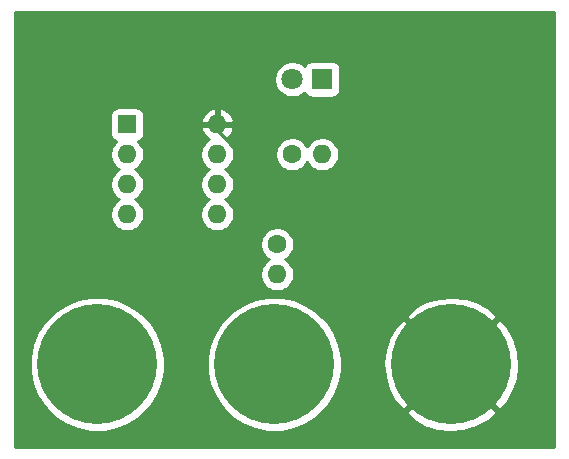
<source format=gbr>
G04 #@! TF.GenerationSoftware,KiCad,Pcbnew,(5.1.5)-3*
G04 #@! TF.CreationDate,2019-12-24T13:43:55+08:00*
G04 #@! TF.ProjectId,test,74657374-2e6b-4696-9361-645f70636258,rev?*
G04 #@! TF.SameCoordinates,Original*
G04 #@! TF.FileFunction,Copper,L2,Bot*
G04 #@! TF.FilePolarity,Positive*
%FSLAX46Y46*%
G04 Gerber Fmt 4.6, Leading zero omitted, Abs format (unit mm)*
G04 Created by KiCad (PCBNEW (5.1.5)-3) date 2019-12-24 13:43:55*
%MOMM*%
%LPD*%
G04 APERTURE LIST*
%ADD10R,1.800000X1.800000*%
%ADD11C,1.800000*%
%ADD12C,1.600000*%
%ADD13O,1.600000X1.600000*%
%ADD14C,10.160000*%
%ADD15R,1.600000X1.600000*%
%ADD16C,0.250000*%
%ADD17C,0.254000*%
G04 APERTURE END LIST*
D10*
X50800000Y-49530000D03*
D11*
X48260000Y-49530000D03*
D12*
X48260000Y-55880000D03*
D13*
X50800000Y-55880000D03*
D14*
X31750000Y-73660000D03*
X61720000Y-73660000D03*
X46740000Y-73660000D03*
D13*
X46990000Y-66040000D03*
D12*
X46990000Y-63500000D03*
D15*
X34290000Y-53340000D03*
D13*
X41910000Y-60960000D03*
X34290000Y-55880000D03*
X41910000Y-58420000D03*
X34290000Y-58420000D03*
X41910000Y-55880000D03*
X34290000Y-60960000D03*
X41910000Y-53340000D03*
D16*
X41910000Y-53850000D02*
X41910000Y-53340000D01*
X61720000Y-73660000D02*
X41910000Y-53850000D01*
D17*
G36*
X70460001Y-80620000D02*
G01*
X24790000Y-80620000D01*
X24790000Y-73097122D01*
X26035000Y-73097122D01*
X26035000Y-74222878D01*
X26254625Y-75327004D01*
X26685433Y-76367067D01*
X27310870Y-77303100D01*
X28106900Y-78099130D01*
X29042933Y-78724567D01*
X30082996Y-79155375D01*
X31187122Y-79375000D01*
X32312878Y-79375000D01*
X33417004Y-79155375D01*
X34457067Y-78724567D01*
X35393100Y-78099130D01*
X36189130Y-77303100D01*
X36814567Y-76367067D01*
X37245375Y-75327004D01*
X37465000Y-74222878D01*
X37465000Y-73097122D01*
X41025000Y-73097122D01*
X41025000Y-74222878D01*
X41244625Y-75327004D01*
X41675433Y-76367067D01*
X42300870Y-77303100D01*
X43096900Y-78099130D01*
X44032933Y-78724567D01*
X45072996Y-79155375D01*
X46177122Y-79375000D01*
X47302878Y-79375000D01*
X48407004Y-79155375D01*
X49447067Y-78724567D01*
X50383100Y-78099130D01*
X50785034Y-77697196D01*
X57862409Y-77697196D01*
X58448124Y-78379416D01*
X59431704Y-78927045D01*
X60503223Y-79272265D01*
X61621501Y-79401808D01*
X62743565Y-79310697D01*
X63826294Y-79002433D01*
X64828079Y-78488863D01*
X64991876Y-78379416D01*
X65577591Y-77697196D01*
X61720000Y-73839605D01*
X57862409Y-77697196D01*
X50785034Y-77697196D01*
X51179130Y-77303100D01*
X51804567Y-76367067D01*
X52235375Y-75327004D01*
X52455000Y-74222878D01*
X52455000Y-73561501D01*
X55978192Y-73561501D01*
X56069303Y-74683565D01*
X56377567Y-75766294D01*
X56891137Y-76768079D01*
X57000584Y-76931876D01*
X57682804Y-77517591D01*
X61540395Y-73660000D01*
X61899605Y-73660000D01*
X65757196Y-77517591D01*
X66439416Y-76931876D01*
X66987045Y-75948296D01*
X67332265Y-74876777D01*
X67461808Y-73758499D01*
X67370697Y-72636435D01*
X67062433Y-71553706D01*
X66548863Y-70551921D01*
X66439416Y-70388124D01*
X65757196Y-69802409D01*
X61899605Y-73660000D01*
X61540395Y-73660000D01*
X57682804Y-69802409D01*
X57000584Y-70388124D01*
X56452955Y-71371704D01*
X56107735Y-72443223D01*
X55978192Y-73561501D01*
X52455000Y-73561501D01*
X52455000Y-73097122D01*
X52235375Y-71992996D01*
X51804567Y-70952933D01*
X51179130Y-70016900D01*
X50785034Y-69622804D01*
X57862409Y-69622804D01*
X61720000Y-73480395D01*
X65577591Y-69622804D01*
X64991876Y-68940584D01*
X64008296Y-68392955D01*
X62936777Y-68047735D01*
X61818499Y-67918192D01*
X60696435Y-68009303D01*
X59613706Y-68317567D01*
X58611921Y-68831137D01*
X58448124Y-68940584D01*
X57862409Y-69622804D01*
X50785034Y-69622804D01*
X50383100Y-69220870D01*
X49447067Y-68595433D01*
X48407004Y-68164625D01*
X47302878Y-67945000D01*
X46177122Y-67945000D01*
X45072996Y-68164625D01*
X44032933Y-68595433D01*
X43096900Y-69220870D01*
X42300870Y-70016900D01*
X41675433Y-70952933D01*
X41244625Y-71992996D01*
X41025000Y-73097122D01*
X37465000Y-73097122D01*
X37245375Y-71992996D01*
X36814567Y-70952933D01*
X36189130Y-70016900D01*
X35393100Y-69220870D01*
X34457067Y-68595433D01*
X33417004Y-68164625D01*
X32312878Y-67945000D01*
X31187122Y-67945000D01*
X30082996Y-68164625D01*
X29042933Y-68595433D01*
X28106900Y-69220870D01*
X27310870Y-70016900D01*
X26685433Y-70952933D01*
X26254625Y-71992996D01*
X26035000Y-73097122D01*
X24790000Y-73097122D01*
X24790000Y-63358665D01*
X45555000Y-63358665D01*
X45555000Y-63641335D01*
X45610147Y-63918574D01*
X45718320Y-64179727D01*
X45875363Y-64414759D01*
X46075241Y-64614637D01*
X46307759Y-64770000D01*
X46075241Y-64925363D01*
X45875363Y-65125241D01*
X45718320Y-65360273D01*
X45610147Y-65621426D01*
X45555000Y-65898665D01*
X45555000Y-66181335D01*
X45610147Y-66458574D01*
X45718320Y-66719727D01*
X45875363Y-66954759D01*
X46075241Y-67154637D01*
X46310273Y-67311680D01*
X46571426Y-67419853D01*
X46848665Y-67475000D01*
X47131335Y-67475000D01*
X47408574Y-67419853D01*
X47669727Y-67311680D01*
X47904759Y-67154637D01*
X48104637Y-66954759D01*
X48261680Y-66719727D01*
X48369853Y-66458574D01*
X48425000Y-66181335D01*
X48425000Y-65898665D01*
X48369853Y-65621426D01*
X48261680Y-65360273D01*
X48104637Y-65125241D01*
X47904759Y-64925363D01*
X47672241Y-64770000D01*
X47904759Y-64614637D01*
X48104637Y-64414759D01*
X48261680Y-64179727D01*
X48369853Y-63918574D01*
X48425000Y-63641335D01*
X48425000Y-63358665D01*
X48369853Y-63081426D01*
X48261680Y-62820273D01*
X48104637Y-62585241D01*
X47904759Y-62385363D01*
X47669727Y-62228320D01*
X47408574Y-62120147D01*
X47131335Y-62065000D01*
X46848665Y-62065000D01*
X46571426Y-62120147D01*
X46310273Y-62228320D01*
X46075241Y-62385363D01*
X45875363Y-62585241D01*
X45718320Y-62820273D01*
X45610147Y-63081426D01*
X45555000Y-63358665D01*
X24790000Y-63358665D01*
X24790000Y-52540000D01*
X32851928Y-52540000D01*
X32851928Y-54140000D01*
X32864188Y-54264482D01*
X32900498Y-54384180D01*
X32959463Y-54494494D01*
X33038815Y-54591185D01*
X33135506Y-54670537D01*
X33245820Y-54729502D01*
X33365518Y-54765812D01*
X33373961Y-54766643D01*
X33175363Y-54965241D01*
X33018320Y-55200273D01*
X32910147Y-55461426D01*
X32855000Y-55738665D01*
X32855000Y-56021335D01*
X32910147Y-56298574D01*
X33018320Y-56559727D01*
X33175363Y-56794759D01*
X33375241Y-56994637D01*
X33607759Y-57150000D01*
X33375241Y-57305363D01*
X33175363Y-57505241D01*
X33018320Y-57740273D01*
X32910147Y-58001426D01*
X32855000Y-58278665D01*
X32855000Y-58561335D01*
X32910147Y-58838574D01*
X33018320Y-59099727D01*
X33175363Y-59334759D01*
X33375241Y-59534637D01*
X33607759Y-59690000D01*
X33375241Y-59845363D01*
X33175363Y-60045241D01*
X33018320Y-60280273D01*
X32910147Y-60541426D01*
X32855000Y-60818665D01*
X32855000Y-61101335D01*
X32910147Y-61378574D01*
X33018320Y-61639727D01*
X33175363Y-61874759D01*
X33375241Y-62074637D01*
X33610273Y-62231680D01*
X33871426Y-62339853D01*
X34148665Y-62395000D01*
X34431335Y-62395000D01*
X34708574Y-62339853D01*
X34969727Y-62231680D01*
X35204759Y-62074637D01*
X35404637Y-61874759D01*
X35561680Y-61639727D01*
X35669853Y-61378574D01*
X35725000Y-61101335D01*
X35725000Y-60818665D01*
X35669853Y-60541426D01*
X35561680Y-60280273D01*
X35404637Y-60045241D01*
X35204759Y-59845363D01*
X34972241Y-59690000D01*
X35204759Y-59534637D01*
X35404637Y-59334759D01*
X35561680Y-59099727D01*
X35669853Y-58838574D01*
X35725000Y-58561335D01*
X35725000Y-58278665D01*
X35669853Y-58001426D01*
X35561680Y-57740273D01*
X35404637Y-57505241D01*
X35204759Y-57305363D01*
X34972241Y-57150000D01*
X35204759Y-56994637D01*
X35404637Y-56794759D01*
X35561680Y-56559727D01*
X35669853Y-56298574D01*
X35725000Y-56021335D01*
X35725000Y-55738665D01*
X40475000Y-55738665D01*
X40475000Y-56021335D01*
X40530147Y-56298574D01*
X40638320Y-56559727D01*
X40795363Y-56794759D01*
X40995241Y-56994637D01*
X41227759Y-57150000D01*
X40995241Y-57305363D01*
X40795363Y-57505241D01*
X40638320Y-57740273D01*
X40530147Y-58001426D01*
X40475000Y-58278665D01*
X40475000Y-58561335D01*
X40530147Y-58838574D01*
X40638320Y-59099727D01*
X40795363Y-59334759D01*
X40995241Y-59534637D01*
X41227759Y-59690000D01*
X40995241Y-59845363D01*
X40795363Y-60045241D01*
X40638320Y-60280273D01*
X40530147Y-60541426D01*
X40475000Y-60818665D01*
X40475000Y-61101335D01*
X40530147Y-61378574D01*
X40638320Y-61639727D01*
X40795363Y-61874759D01*
X40995241Y-62074637D01*
X41230273Y-62231680D01*
X41491426Y-62339853D01*
X41768665Y-62395000D01*
X42051335Y-62395000D01*
X42328574Y-62339853D01*
X42589727Y-62231680D01*
X42824759Y-62074637D01*
X43024637Y-61874759D01*
X43181680Y-61639727D01*
X43289853Y-61378574D01*
X43345000Y-61101335D01*
X43345000Y-60818665D01*
X43289853Y-60541426D01*
X43181680Y-60280273D01*
X43024637Y-60045241D01*
X42824759Y-59845363D01*
X42592241Y-59690000D01*
X42824759Y-59534637D01*
X43024637Y-59334759D01*
X43181680Y-59099727D01*
X43289853Y-58838574D01*
X43345000Y-58561335D01*
X43345000Y-58278665D01*
X43289853Y-58001426D01*
X43181680Y-57740273D01*
X43024637Y-57505241D01*
X42824759Y-57305363D01*
X42592241Y-57150000D01*
X42824759Y-56994637D01*
X43024637Y-56794759D01*
X43181680Y-56559727D01*
X43289853Y-56298574D01*
X43345000Y-56021335D01*
X43345000Y-55738665D01*
X46825000Y-55738665D01*
X46825000Y-56021335D01*
X46880147Y-56298574D01*
X46988320Y-56559727D01*
X47145363Y-56794759D01*
X47345241Y-56994637D01*
X47580273Y-57151680D01*
X47841426Y-57259853D01*
X48118665Y-57315000D01*
X48401335Y-57315000D01*
X48678574Y-57259853D01*
X48939727Y-57151680D01*
X49174759Y-56994637D01*
X49374637Y-56794759D01*
X49530000Y-56562241D01*
X49685363Y-56794759D01*
X49885241Y-56994637D01*
X50120273Y-57151680D01*
X50381426Y-57259853D01*
X50658665Y-57315000D01*
X50941335Y-57315000D01*
X51218574Y-57259853D01*
X51479727Y-57151680D01*
X51714759Y-56994637D01*
X51914637Y-56794759D01*
X52071680Y-56559727D01*
X52179853Y-56298574D01*
X52235000Y-56021335D01*
X52235000Y-55738665D01*
X52179853Y-55461426D01*
X52071680Y-55200273D01*
X51914637Y-54965241D01*
X51714759Y-54765363D01*
X51479727Y-54608320D01*
X51218574Y-54500147D01*
X50941335Y-54445000D01*
X50658665Y-54445000D01*
X50381426Y-54500147D01*
X50120273Y-54608320D01*
X49885241Y-54765363D01*
X49685363Y-54965241D01*
X49530000Y-55197759D01*
X49374637Y-54965241D01*
X49174759Y-54765363D01*
X48939727Y-54608320D01*
X48678574Y-54500147D01*
X48401335Y-54445000D01*
X48118665Y-54445000D01*
X47841426Y-54500147D01*
X47580273Y-54608320D01*
X47345241Y-54765363D01*
X47145363Y-54965241D01*
X46988320Y-55200273D01*
X46880147Y-55461426D01*
X46825000Y-55738665D01*
X43345000Y-55738665D01*
X43289853Y-55461426D01*
X43181680Y-55200273D01*
X43024637Y-54965241D01*
X42824759Y-54765363D01*
X42589727Y-54608320D01*
X42579135Y-54603933D01*
X42765131Y-54492385D01*
X42973519Y-54303414D01*
X43141037Y-54077420D01*
X43261246Y-53823087D01*
X43301904Y-53689039D01*
X43179915Y-53467000D01*
X42037000Y-53467000D01*
X42037000Y-53487000D01*
X41783000Y-53487000D01*
X41783000Y-53467000D01*
X40640085Y-53467000D01*
X40518096Y-53689039D01*
X40558754Y-53823087D01*
X40678963Y-54077420D01*
X40846481Y-54303414D01*
X41054869Y-54492385D01*
X41240865Y-54603933D01*
X41230273Y-54608320D01*
X40995241Y-54765363D01*
X40795363Y-54965241D01*
X40638320Y-55200273D01*
X40530147Y-55461426D01*
X40475000Y-55738665D01*
X35725000Y-55738665D01*
X35669853Y-55461426D01*
X35561680Y-55200273D01*
X35404637Y-54965241D01*
X35206039Y-54766643D01*
X35214482Y-54765812D01*
X35334180Y-54729502D01*
X35444494Y-54670537D01*
X35541185Y-54591185D01*
X35620537Y-54494494D01*
X35679502Y-54384180D01*
X35715812Y-54264482D01*
X35728072Y-54140000D01*
X35728072Y-52990961D01*
X40518096Y-52990961D01*
X40640085Y-53213000D01*
X41783000Y-53213000D01*
X41783000Y-52069376D01*
X42037000Y-52069376D01*
X42037000Y-53213000D01*
X43179915Y-53213000D01*
X43301904Y-52990961D01*
X43261246Y-52856913D01*
X43141037Y-52602580D01*
X42973519Y-52376586D01*
X42765131Y-52187615D01*
X42523881Y-52042930D01*
X42259040Y-51948091D01*
X42037000Y-52069376D01*
X41783000Y-52069376D01*
X41560960Y-51948091D01*
X41296119Y-52042930D01*
X41054869Y-52187615D01*
X40846481Y-52376586D01*
X40678963Y-52602580D01*
X40558754Y-52856913D01*
X40518096Y-52990961D01*
X35728072Y-52990961D01*
X35728072Y-52540000D01*
X35715812Y-52415518D01*
X35679502Y-52295820D01*
X35620537Y-52185506D01*
X35541185Y-52088815D01*
X35444494Y-52009463D01*
X35334180Y-51950498D01*
X35214482Y-51914188D01*
X35090000Y-51901928D01*
X33490000Y-51901928D01*
X33365518Y-51914188D01*
X33245820Y-51950498D01*
X33135506Y-52009463D01*
X33038815Y-52088815D01*
X32959463Y-52185506D01*
X32900498Y-52295820D01*
X32864188Y-52415518D01*
X32851928Y-52540000D01*
X24790000Y-52540000D01*
X24790000Y-49378816D01*
X46725000Y-49378816D01*
X46725000Y-49681184D01*
X46783989Y-49977743D01*
X46899701Y-50257095D01*
X47067688Y-50508505D01*
X47281495Y-50722312D01*
X47532905Y-50890299D01*
X47812257Y-51006011D01*
X48108816Y-51065000D01*
X48411184Y-51065000D01*
X48707743Y-51006011D01*
X48987095Y-50890299D01*
X49238505Y-50722312D01*
X49304944Y-50655873D01*
X49310498Y-50674180D01*
X49369463Y-50784494D01*
X49448815Y-50881185D01*
X49545506Y-50960537D01*
X49655820Y-51019502D01*
X49775518Y-51055812D01*
X49900000Y-51068072D01*
X51700000Y-51068072D01*
X51824482Y-51055812D01*
X51944180Y-51019502D01*
X52054494Y-50960537D01*
X52151185Y-50881185D01*
X52230537Y-50784494D01*
X52289502Y-50674180D01*
X52325812Y-50554482D01*
X52338072Y-50430000D01*
X52338072Y-48630000D01*
X52325812Y-48505518D01*
X52289502Y-48385820D01*
X52230537Y-48275506D01*
X52151185Y-48178815D01*
X52054494Y-48099463D01*
X51944180Y-48040498D01*
X51824482Y-48004188D01*
X51700000Y-47991928D01*
X49900000Y-47991928D01*
X49775518Y-48004188D01*
X49655820Y-48040498D01*
X49545506Y-48099463D01*
X49448815Y-48178815D01*
X49369463Y-48275506D01*
X49310498Y-48385820D01*
X49304944Y-48404127D01*
X49238505Y-48337688D01*
X48987095Y-48169701D01*
X48707743Y-48053989D01*
X48411184Y-47995000D01*
X48108816Y-47995000D01*
X47812257Y-48053989D01*
X47532905Y-48169701D01*
X47281495Y-48337688D01*
X47067688Y-48551495D01*
X46899701Y-48802905D01*
X46783989Y-49082257D01*
X46725000Y-49378816D01*
X24790000Y-49378816D01*
X24790000Y-43840000D01*
X70460000Y-43840000D01*
X70460001Y-80620000D01*
G37*
X70460001Y-80620000D02*
X24790000Y-80620000D01*
X24790000Y-73097122D01*
X26035000Y-73097122D01*
X26035000Y-74222878D01*
X26254625Y-75327004D01*
X26685433Y-76367067D01*
X27310870Y-77303100D01*
X28106900Y-78099130D01*
X29042933Y-78724567D01*
X30082996Y-79155375D01*
X31187122Y-79375000D01*
X32312878Y-79375000D01*
X33417004Y-79155375D01*
X34457067Y-78724567D01*
X35393100Y-78099130D01*
X36189130Y-77303100D01*
X36814567Y-76367067D01*
X37245375Y-75327004D01*
X37465000Y-74222878D01*
X37465000Y-73097122D01*
X41025000Y-73097122D01*
X41025000Y-74222878D01*
X41244625Y-75327004D01*
X41675433Y-76367067D01*
X42300870Y-77303100D01*
X43096900Y-78099130D01*
X44032933Y-78724567D01*
X45072996Y-79155375D01*
X46177122Y-79375000D01*
X47302878Y-79375000D01*
X48407004Y-79155375D01*
X49447067Y-78724567D01*
X50383100Y-78099130D01*
X50785034Y-77697196D01*
X57862409Y-77697196D01*
X58448124Y-78379416D01*
X59431704Y-78927045D01*
X60503223Y-79272265D01*
X61621501Y-79401808D01*
X62743565Y-79310697D01*
X63826294Y-79002433D01*
X64828079Y-78488863D01*
X64991876Y-78379416D01*
X65577591Y-77697196D01*
X61720000Y-73839605D01*
X57862409Y-77697196D01*
X50785034Y-77697196D01*
X51179130Y-77303100D01*
X51804567Y-76367067D01*
X52235375Y-75327004D01*
X52455000Y-74222878D01*
X52455000Y-73561501D01*
X55978192Y-73561501D01*
X56069303Y-74683565D01*
X56377567Y-75766294D01*
X56891137Y-76768079D01*
X57000584Y-76931876D01*
X57682804Y-77517591D01*
X61540395Y-73660000D01*
X61899605Y-73660000D01*
X65757196Y-77517591D01*
X66439416Y-76931876D01*
X66987045Y-75948296D01*
X67332265Y-74876777D01*
X67461808Y-73758499D01*
X67370697Y-72636435D01*
X67062433Y-71553706D01*
X66548863Y-70551921D01*
X66439416Y-70388124D01*
X65757196Y-69802409D01*
X61899605Y-73660000D01*
X61540395Y-73660000D01*
X57682804Y-69802409D01*
X57000584Y-70388124D01*
X56452955Y-71371704D01*
X56107735Y-72443223D01*
X55978192Y-73561501D01*
X52455000Y-73561501D01*
X52455000Y-73097122D01*
X52235375Y-71992996D01*
X51804567Y-70952933D01*
X51179130Y-70016900D01*
X50785034Y-69622804D01*
X57862409Y-69622804D01*
X61720000Y-73480395D01*
X65577591Y-69622804D01*
X64991876Y-68940584D01*
X64008296Y-68392955D01*
X62936777Y-68047735D01*
X61818499Y-67918192D01*
X60696435Y-68009303D01*
X59613706Y-68317567D01*
X58611921Y-68831137D01*
X58448124Y-68940584D01*
X57862409Y-69622804D01*
X50785034Y-69622804D01*
X50383100Y-69220870D01*
X49447067Y-68595433D01*
X48407004Y-68164625D01*
X47302878Y-67945000D01*
X46177122Y-67945000D01*
X45072996Y-68164625D01*
X44032933Y-68595433D01*
X43096900Y-69220870D01*
X42300870Y-70016900D01*
X41675433Y-70952933D01*
X41244625Y-71992996D01*
X41025000Y-73097122D01*
X37465000Y-73097122D01*
X37245375Y-71992996D01*
X36814567Y-70952933D01*
X36189130Y-70016900D01*
X35393100Y-69220870D01*
X34457067Y-68595433D01*
X33417004Y-68164625D01*
X32312878Y-67945000D01*
X31187122Y-67945000D01*
X30082996Y-68164625D01*
X29042933Y-68595433D01*
X28106900Y-69220870D01*
X27310870Y-70016900D01*
X26685433Y-70952933D01*
X26254625Y-71992996D01*
X26035000Y-73097122D01*
X24790000Y-73097122D01*
X24790000Y-63358665D01*
X45555000Y-63358665D01*
X45555000Y-63641335D01*
X45610147Y-63918574D01*
X45718320Y-64179727D01*
X45875363Y-64414759D01*
X46075241Y-64614637D01*
X46307759Y-64770000D01*
X46075241Y-64925363D01*
X45875363Y-65125241D01*
X45718320Y-65360273D01*
X45610147Y-65621426D01*
X45555000Y-65898665D01*
X45555000Y-66181335D01*
X45610147Y-66458574D01*
X45718320Y-66719727D01*
X45875363Y-66954759D01*
X46075241Y-67154637D01*
X46310273Y-67311680D01*
X46571426Y-67419853D01*
X46848665Y-67475000D01*
X47131335Y-67475000D01*
X47408574Y-67419853D01*
X47669727Y-67311680D01*
X47904759Y-67154637D01*
X48104637Y-66954759D01*
X48261680Y-66719727D01*
X48369853Y-66458574D01*
X48425000Y-66181335D01*
X48425000Y-65898665D01*
X48369853Y-65621426D01*
X48261680Y-65360273D01*
X48104637Y-65125241D01*
X47904759Y-64925363D01*
X47672241Y-64770000D01*
X47904759Y-64614637D01*
X48104637Y-64414759D01*
X48261680Y-64179727D01*
X48369853Y-63918574D01*
X48425000Y-63641335D01*
X48425000Y-63358665D01*
X48369853Y-63081426D01*
X48261680Y-62820273D01*
X48104637Y-62585241D01*
X47904759Y-62385363D01*
X47669727Y-62228320D01*
X47408574Y-62120147D01*
X47131335Y-62065000D01*
X46848665Y-62065000D01*
X46571426Y-62120147D01*
X46310273Y-62228320D01*
X46075241Y-62385363D01*
X45875363Y-62585241D01*
X45718320Y-62820273D01*
X45610147Y-63081426D01*
X45555000Y-63358665D01*
X24790000Y-63358665D01*
X24790000Y-52540000D01*
X32851928Y-52540000D01*
X32851928Y-54140000D01*
X32864188Y-54264482D01*
X32900498Y-54384180D01*
X32959463Y-54494494D01*
X33038815Y-54591185D01*
X33135506Y-54670537D01*
X33245820Y-54729502D01*
X33365518Y-54765812D01*
X33373961Y-54766643D01*
X33175363Y-54965241D01*
X33018320Y-55200273D01*
X32910147Y-55461426D01*
X32855000Y-55738665D01*
X32855000Y-56021335D01*
X32910147Y-56298574D01*
X33018320Y-56559727D01*
X33175363Y-56794759D01*
X33375241Y-56994637D01*
X33607759Y-57150000D01*
X33375241Y-57305363D01*
X33175363Y-57505241D01*
X33018320Y-57740273D01*
X32910147Y-58001426D01*
X32855000Y-58278665D01*
X32855000Y-58561335D01*
X32910147Y-58838574D01*
X33018320Y-59099727D01*
X33175363Y-59334759D01*
X33375241Y-59534637D01*
X33607759Y-59690000D01*
X33375241Y-59845363D01*
X33175363Y-60045241D01*
X33018320Y-60280273D01*
X32910147Y-60541426D01*
X32855000Y-60818665D01*
X32855000Y-61101335D01*
X32910147Y-61378574D01*
X33018320Y-61639727D01*
X33175363Y-61874759D01*
X33375241Y-62074637D01*
X33610273Y-62231680D01*
X33871426Y-62339853D01*
X34148665Y-62395000D01*
X34431335Y-62395000D01*
X34708574Y-62339853D01*
X34969727Y-62231680D01*
X35204759Y-62074637D01*
X35404637Y-61874759D01*
X35561680Y-61639727D01*
X35669853Y-61378574D01*
X35725000Y-61101335D01*
X35725000Y-60818665D01*
X35669853Y-60541426D01*
X35561680Y-60280273D01*
X35404637Y-60045241D01*
X35204759Y-59845363D01*
X34972241Y-59690000D01*
X35204759Y-59534637D01*
X35404637Y-59334759D01*
X35561680Y-59099727D01*
X35669853Y-58838574D01*
X35725000Y-58561335D01*
X35725000Y-58278665D01*
X35669853Y-58001426D01*
X35561680Y-57740273D01*
X35404637Y-57505241D01*
X35204759Y-57305363D01*
X34972241Y-57150000D01*
X35204759Y-56994637D01*
X35404637Y-56794759D01*
X35561680Y-56559727D01*
X35669853Y-56298574D01*
X35725000Y-56021335D01*
X35725000Y-55738665D01*
X40475000Y-55738665D01*
X40475000Y-56021335D01*
X40530147Y-56298574D01*
X40638320Y-56559727D01*
X40795363Y-56794759D01*
X40995241Y-56994637D01*
X41227759Y-57150000D01*
X40995241Y-57305363D01*
X40795363Y-57505241D01*
X40638320Y-57740273D01*
X40530147Y-58001426D01*
X40475000Y-58278665D01*
X40475000Y-58561335D01*
X40530147Y-58838574D01*
X40638320Y-59099727D01*
X40795363Y-59334759D01*
X40995241Y-59534637D01*
X41227759Y-59690000D01*
X40995241Y-59845363D01*
X40795363Y-60045241D01*
X40638320Y-60280273D01*
X40530147Y-60541426D01*
X40475000Y-60818665D01*
X40475000Y-61101335D01*
X40530147Y-61378574D01*
X40638320Y-61639727D01*
X40795363Y-61874759D01*
X40995241Y-62074637D01*
X41230273Y-62231680D01*
X41491426Y-62339853D01*
X41768665Y-62395000D01*
X42051335Y-62395000D01*
X42328574Y-62339853D01*
X42589727Y-62231680D01*
X42824759Y-62074637D01*
X43024637Y-61874759D01*
X43181680Y-61639727D01*
X43289853Y-61378574D01*
X43345000Y-61101335D01*
X43345000Y-60818665D01*
X43289853Y-60541426D01*
X43181680Y-60280273D01*
X43024637Y-60045241D01*
X42824759Y-59845363D01*
X42592241Y-59690000D01*
X42824759Y-59534637D01*
X43024637Y-59334759D01*
X43181680Y-59099727D01*
X43289853Y-58838574D01*
X43345000Y-58561335D01*
X43345000Y-58278665D01*
X43289853Y-58001426D01*
X43181680Y-57740273D01*
X43024637Y-57505241D01*
X42824759Y-57305363D01*
X42592241Y-57150000D01*
X42824759Y-56994637D01*
X43024637Y-56794759D01*
X43181680Y-56559727D01*
X43289853Y-56298574D01*
X43345000Y-56021335D01*
X43345000Y-55738665D01*
X46825000Y-55738665D01*
X46825000Y-56021335D01*
X46880147Y-56298574D01*
X46988320Y-56559727D01*
X47145363Y-56794759D01*
X47345241Y-56994637D01*
X47580273Y-57151680D01*
X47841426Y-57259853D01*
X48118665Y-57315000D01*
X48401335Y-57315000D01*
X48678574Y-57259853D01*
X48939727Y-57151680D01*
X49174759Y-56994637D01*
X49374637Y-56794759D01*
X49530000Y-56562241D01*
X49685363Y-56794759D01*
X49885241Y-56994637D01*
X50120273Y-57151680D01*
X50381426Y-57259853D01*
X50658665Y-57315000D01*
X50941335Y-57315000D01*
X51218574Y-57259853D01*
X51479727Y-57151680D01*
X51714759Y-56994637D01*
X51914637Y-56794759D01*
X52071680Y-56559727D01*
X52179853Y-56298574D01*
X52235000Y-56021335D01*
X52235000Y-55738665D01*
X52179853Y-55461426D01*
X52071680Y-55200273D01*
X51914637Y-54965241D01*
X51714759Y-54765363D01*
X51479727Y-54608320D01*
X51218574Y-54500147D01*
X50941335Y-54445000D01*
X50658665Y-54445000D01*
X50381426Y-54500147D01*
X50120273Y-54608320D01*
X49885241Y-54765363D01*
X49685363Y-54965241D01*
X49530000Y-55197759D01*
X49374637Y-54965241D01*
X49174759Y-54765363D01*
X48939727Y-54608320D01*
X48678574Y-54500147D01*
X48401335Y-54445000D01*
X48118665Y-54445000D01*
X47841426Y-54500147D01*
X47580273Y-54608320D01*
X47345241Y-54765363D01*
X47145363Y-54965241D01*
X46988320Y-55200273D01*
X46880147Y-55461426D01*
X46825000Y-55738665D01*
X43345000Y-55738665D01*
X43289853Y-55461426D01*
X43181680Y-55200273D01*
X43024637Y-54965241D01*
X42824759Y-54765363D01*
X42589727Y-54608320D01*
X42579135Y-54603933D01*
X42765131Y-54492385D01*
X42973519Y-54303414D01*
X43141037Y-54077420D01*
X43261246Y-53823087D01*
X43301904Y-53689039D01*
X43179915Y-53467000D01*
X42037000Y-53467000D01*
X42037000Y-53487000D01*
X41783000Y-53487000D01*
X41783000Y-53467000D01*
X40640085Y-53467000D01*
X40518096Y-53689039D01*
X40558754Y-53823087D01*
X40678963Y-54077420D01*
X40846481Y-54303414D01*
X41054869Y-54492385D01*
X41240865Y-54603933D01*
X41230273Y-54608320D01*
X40995241Y-54765363D01*
X40795363Y-54965241D01*
X40638320Y-55200273D01*
X40530147Y-55461426D01*
X40475000Y-55738665D01*
X35725000Y-55738665D01*
X35669853Y-55461426D01*
X35561680Y-55200273D01*
X35404637Y-54965241D01*
X35206039Y-54766643D01*
X35214482Y-54765812D01*
X35334180Y-54729502D01*
X35444494Y-54670537D01*
X35541185Y-54591185D01*
X35620537Y-54494494D01*
X35679502Y-54384180D01*
X35715812Y-54264482D01*
X35728072Y-54140000D01*
X35728072Y-52990961D01*
X40518096Y-52990961D01*
X40640085Y-53213000D01*
X41783000Y-53213000D01*
X41783000Y-52069376D01*
X42037000Y-52069376D01*
X42037000Y-53213000D01*
X43179915Y-53213000D01*
X43301904Y-52990961D01*
X43261246Y-52856913D01*
X43141037Y-52602580D01*
X42973519Y-52376586D01*
X42765131Y-52187615D01*
X42523881Y-52042930D01*
X42259040Y-51948091D01*
X42037000Y-52069376D01*
X41783000Y-52069376D01*
X41560960Y-51948091D01*
X41296119Y-52042930D01*
X41054869Y-52187615D01*
X40846481Y-52376586D01*
X40678963Y-52602580D01*
X40558754Y-52856913D01*
X40518096Y-52990961D01*
X35728072Y-52990961D01*
X35728072Y-52540000D01*
X35715812Y-52415518D01*
X35679502Y-52295820D01*
X35620537Y-52185506D01*
X35541185Y-52088815D01*
X35444494Y-52009463D01*
X35334180Y-51950498D01*
X35214482Y-51914188D01*
X35090000Y-51901928D01*
X33490000Y-51901928D01*
X33365518Y-51914188D01*
X33245820Y-51950498D01*
X33135506Y-52009463D01*
X33038815Y-52088815D01*
X32959463Y-52185506D01*
X32900498Y-52295820D01*
X32864188Y-52415518D01*
X32851928Y-52540000D01*
X24790000Y-52540000D01*
X24790000Y-49378816D01*
X46725000Y-49378816D01*
X46725000Y-49681184D01*
X46783989Y-49977743D01*
X46899701Y-50257095D01*
X47067688Y-50508505D01*
X47281495Y-50722312D01*
X47532905Y-50890299D01*
X47812257Y-51006011D01*
X48108816Y-51065000D01*
X48411184Y-51065000D01*
X48707743Y-51006011D01*
X48987095Y-50890299D01*
X49238505Y-50722312D01*
X49304944Y-50655873D01*
X49310498Y-50674180D01*
X49369463Y-50784494D01*
X49448815Y-50881185D01*
X49545506Y-50960537D01*
X49655820Y-51019502D01*
X49775518Y-51055812D01*
X49900000Y-51068072D01*
X51700000Y-51068072D01*
X51824482Y-51055812D01*
X51944180Y-51019502D01*
X52054494Y-50960537D01*
X52151185Y-50881185D01*
X52230537Y-50784494D01*
X52289502Y-50674180D01*
X52325812Y-50554482D01*
X52338072Y-50430000D01*
X52338072Y-48630000D01*
X52325812Y-48505518D01*
X52289502Y-48385820D01*
X52230537Y-48275506D01*
X52151185Y-48178815D01*
X52054494Y-48099463D01*
X51944180Y-48040498D01*
X51824482Y-48004188D01*
X51700000Y-47991928D01*
X49900000Y-47991928D01*
X49775518Y-48004188D01*
X49655820Y-48040498D01*
X49545506Y-48099463D01*
X49448815Y-48178815D01*
X49369463Y-48275506D01*
X49310498Y-48385820D01*
X49304944Y-48404127D01*
X49238505Y-48337688D01*
X48987095Y-48169701D01*
X48707743Y-48053989D01*
X48411184Y-47995000D01*
X48108816Y-47995000D01*
X47812257Y-48053989D01*
X47532905Y-48169701D01*
X47281495Y-48337688D01*
X47067688Y-48551495D01*
X46899701Y-48802905D01*
X46783989Y-49082257D01*
X46725000Y-49378816D01*
X24790000Y-49378816D01*
X24790000Y-43840000D01*
X70460000Y-43840000D01*
X70460001Y-80620000D01*
M02*

</source>
